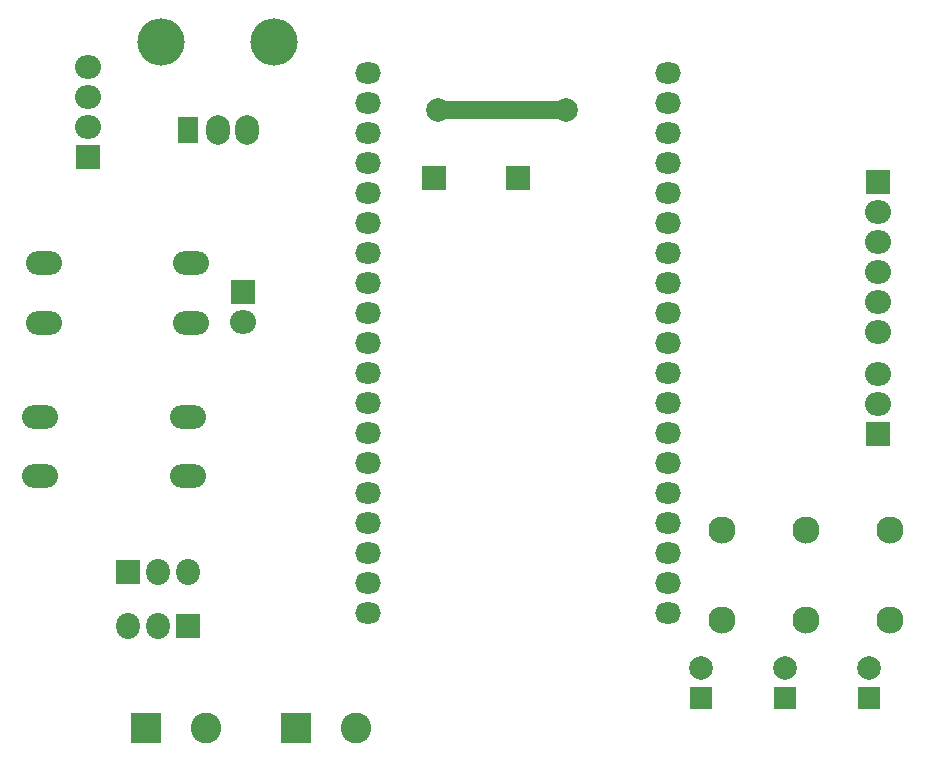
<source format=gbr>
%TF.GenerationSoftware,KiCad,Pcbnew,(6.0.2)*%
%TF.CreationDate,2022-08-31T13:55:05-03:00*%
%TF.ProjectId,placa,706c6163-612e-46b6-9963-61645f706362,rev?*%
%TF.SameCoordinates,Original*%
%TF.FileFunction,Copper,L1,Top*%
%TF.FilePolarity,Positive*%
%FSLAX46Y46*%
G04 Gerber Fmt 4.6, Leading zero omitted, Abs format (unit mm)*
G04 Created by KiCad (PCBNEW (6.0.2)) date 2022-08-31 13:55:05*
%MOMM*%
%LPD*%
G01*
G04 APERTURE LIST*
%TA.AperFunction,ComponentPad*%
%ADD10R,2.000000X2.000000*%
%TD*%
%TA.AperFunction,ComponentPad*%
%ADD11O,2.000000X2.200000*%
%TD*%
%TA.AperFunction,ComponentPad*%
%ADD12C,2.300000*%
%TD*%
%TA.AperFunction,ComponentPad*%
%ADD13R,1.900000X1.900000*%
%TD*%
%TA.AperFunction,ComponentPad*%
%ADD14C,2.000000*%
%TD*%
%TA.AperFunction,ComponentPad*%
%ADD15R,2.600000X2.600000*%
%TD*%
%TA.AperFunction,ComponentPad*%
%ADD16C,2.600000*%
%TD*%
%TA.AperFunction,ComponentPad*%
%ADD17O,2.200000X2.000000*%
%TD*%
%TA.AperFunction,ComponentPad*%
%ADD18O,3.048000X2.000000*%
%TD*%
%TA.AperFunction,ComponentPad*%
%ADD19O,2.200000X1.800000*%
%TD*%
%TA.AperFunction,ComponentPad*%
%ADD20O,4.000000X4.000000*%
%TD*%
%TA.AperFunction,ComponentPad*%
%ADD21R,1.800000X2.300000*%
%TD*%
%TA.AperFunction,ComponentPad*%
%ADD22O,2.000000X2.500000*%
%TD*%
%TA.AperFunction,ViaPad*%
%ADD23C,2.000000*%
%TD*%
%TA.AperFunction,Conductor*%
%ADD24C,1.500000*%
%TD*%
%TA.AperFunction,Conductor*%
%ADD25C,0.250000*%
%TD*%
G04 APERTURE END LIST*
D10*
%TO.P,J2,1,Pin_1*%
%TO.N,GND*%
X60975000Y-88392000D03*
D11*
%TO.P,J2,2,Pin_2*%
%TO.N,Net-(J2-Pad2)*%
X63515000Y-88392000D03*
%TO.P,J2,3,Pin_3*%
%TO.N,5v*%
X66055000Y-88392000D03*
%TD*%
D12*
%TO.P,R1,1*%
%TO.N,Net-(D3-Pad2)*%
X111252000Y-92456000D03*
%TO.P,R1,2*%
%TO.N,Net-(R1-Pad2)*%
X111252000Y-84836000D03*
%TD*%
D13*
%TO.P,D2,1,K*%
%TO.N,GND*%
X116586000Y-99060000D03*
D14*
%TO.P,D2,2,A*%
%TO.N,Net-(D2-Pad2)*%
X116586000Y-96520000D03*
%TD*%
D15*
%TO.P,J5,1,Pin_1*%
%TO.N,5v*%
X62484000Y-101600000D03*
D16*
%TO.P,J5,2,Pin_2*%
%TO.N,GND*%
X67564000Y-101600000D03*
%TD*%
D10*
%TO.P,J12,1,Pin_1*%
%TO.N,GND*%
X93980000Y-54991000D03*
%TD*%
%TO.P,J4,1,Pin_1*%
%TO.N,Net-(J4-Pad1)*%
X124460000Y-76693000D03*
D17*
%TO.P,J4,2,Pin_2*%
%TO.N,Net-(J4-Pad2)*%
X124460000Y-74153000D03*
%TO.P,J4,3,Pin_3*%
%TO.N,Net-(J4-Pad3)*%
X124460000Y-71613000D03*
%TD*%
D13*
%TO.P,D3,1,K*%
%TO.N,GND*%
X109474000Y-99060000D03*
D14*
%TO.P,D3,2,A*%
%TO.N,Net-(D3-Pad2)*%
X109474000Y-96520000D03*
%TD*%
D18*
%TO.P,SW1,1,1*%
%TO.N,btn1*%
X53848000Y-62230000D03*
X66348000Y-62230000D03*
%TO.P,SW1,2,2*%
%TO.N,GND*%
X66348000Y-67230000D03*
X53848000Y-67230000D03*
%TD*%
D10*
%TO.P,J7,1,Pin_1*%
%TO.N,3.3v*%
X124460000Y-55372000D03*
D17*
%TO.P,J7,2,Pin_2*%
%TO.N,GND*%
X124460000Y-57912000D03*
%TO.P,J7,3,Pin_3*%
%TO.N,Net-(J7-Pad3)*%
X124460000Y-60452000D03*
%TO.P,J7,4,Pin_4*%
%TO.N,Net-(J7-Pad4)*%
X124460000Y-62992000D03*
%TO.P,J7,5,Pin_5*%
%TO.N,Net-(J7-Pad5)*%
X124460000Y-65532000D03*
%TO.P,J7,6,Pin_6*%
%TO.N,Net-(J7-Pad6)*%
X124460000Y-68072000D03*
%TD*%
D15*
%TO.P,J6,1,Pin_1*%
%TO.N,3.3v*%
X75184000Y-101600000D03*
D16*
%TO.P,J6,2,Pin_2*%
%TO.N,GND*%
X80264000Y-101600000D03*
%TD*%
D13*
%TO.P,D1,1,K*%
%TO.N,GND*%
X123698000Y-99060000D03*
D14*
%TO.P,D1,2,A*%
%TO.N,Net-(D1-Pad2)*%
X123698000Y-96520000D03*
%TD*%
D10*
%TO.P,J8,1,Pin_1*%
%TO.N,dac*%
X70739000Y-64643000D03*
D17*
%TO.P,J8,2,Pin_2*%
%TO.N,GND*%
X70739000Y-67183000D03*
%TD*%
D10*
%TO.P,J11,1,Pin_1*%
%TO.N,/EN*%
X86868000Y-54991000D03*
%TD*%
D18*
%TO.P,SW2,1,1*%
%TO.N,btn2*%
X53540000Y-80264000D03*
X66040000Y-80264000D03*
%TO.P,SW2,2,2*%
%TO.N,GND*%
X53540000Y-75264000D03*
X66040000Y-75264000D03*
%TD*%
D19*
%TO.P,U1,1,3V3*%
%TO.N,3.3v*%
X81280000Y-46136560D03*
%TO.P,U1,2,CHIP_PU*%
%TO.N,/EN*%
X81280000Y-48676560D03*
%TO.P,U1,3,SENSOR_VP/GPIO36/ADC1_CH0*%
%TO.N,unconnected-(U1-Pad3)*%
X81280000Y-51216560D03*
%TO.P,U1,4,SENSOR_VN/GPIO39/ADC1_CH3*%
%TO.N,unconnected-(U1-Pad4)*%
X81280000Y-53756560D03*
%TO.P,U1,5,VDET_1/GPIO34/ADC1_CH6*%
%TO.N,unconnected-(U1-Pad5)*%
X81280000Y-56296560D03*
%TO.P,U1,6,VDET_2/GPIO35/ADC1_CH7*%
%TO.N,Net-(RV1-Pad2)*%
X81280000Y-58836560D03*
%TO.P,U1,7,32K_XP/GPIO32/ADC1_CH4*%
%TO.N,Net-(J1-Pad2)*%
X81280000Y-61376560D03*
%TO.P,U1,8,32K_XN/GPIO33/ADC1_CH5*%
%TO.N,btn1*%
X81280000Y-63916560D03*
%TO.P,U1,9,DAC_1/ADC2_CH8/GPIO25*%
%TO.N,dac*%
X81280000Y-66456560D03*
%TO.P,U1,10,DAC_2/ADC2_CH9/GPIO26*%
%TO.N,btn2*%
X81280000Y-68996560D03*
%TO.P,U1,11,ADC2_CH7/GPIO27*%
%TO.N,Net-(J2-Pad2)*%
X81280000Y-71536560D03*
%TO.P,U1,12,MTMS/GPIO14/ADC2_CH6*%
%TO.N,Net-(J3-Pad1)*%
X81280000Y-74076560D03*
%TO.P,U1,13,\u002AMTDI/GPIO12/ADC2_CH5*%
%TO.N,unconnected-(U1-Pad13)*%
X81280000Y-76616560D03*
%TO.P,U1,14,GND*%
%TO.N,GND*%
X81280000Y-79156560D03*
%TO.P,U1,15,MTCK/GPIO13/ADC2_CH4*%
%TO.N,unconnected-(U1-Pad15)*%
X81280000Y-81696560D03*
%TO.P,U1,16,SD_DATA2/GPIO9*%
%TO.N,unconnected-(U1-Pad16)*%
X81280000Y-84236560D03*
%TO.P,U1,17,SD_DATA3/GPIO10*%
%TO.N,unconnected-(U1-Pad17)*%
X81280000Y-86776560D03*
%TO.P,U1,18,CMD*%
%TO.N,unconnected-(U1-Pad18)*%
X81280000Y-89316560D03*
%TO.P,U1,19,5V*%
%TO.N,5v*%
X81280000Y-91856560D03*
%TO.P,U1,20,SD_CLK/GPIO6*%
%TO.N,unconnected-(U1-Pad20)*%
X106676320Y-91853840D03*
%TO.P,U1,21,SD_DATA0/GPIO7*%
%TO.N,unconnected-(U1-Pad21)*%
X106676320Y-89313840D03*
%TO.P,U1,22,SD_DATA1/GPIO8*%
%TO.N,unconnected-(U1-Pad22)*%
X106680000Y-86776560D03*
%TO.P,U1,23,\u002AMTDO/GPIO15/ADC2_CH3*%
%TO.N,Net-(R1-Pad2)*%
X106680000Y-84236560D03*
%TO.P,U1,24,ADC2_CH2/\u002AGPIO2*%
%TO.N,Net-(R2-Pad2)*%
X106680000Y-81696560D03*
%TO.P,U1,25,\u002AGPIO0/BOOT/ADC2_CH1*%
%TO.N,Net-(R3-Pad1)*%
X106680000Y-79156560D03*
%TO.P,U1,26,ADC2_CH0/GPIO4*%
%TO.N,Net-(J4-Pad1)*%
X106680000Y-76616560D03*
%TO.P,U1,27,GPIO16*%
%TO.N,Net-(J4-Pad2)*%
X106680000Y-74076560D03*
%TO.P,U1,28,GPIO17*%
%TO.N,Net-(J4-Pad3)*%
X106680000Y-71536560D03*
%TO.P,U1,29,\u002AGPIO5*%
%TO.N,Net-(J7-Pad6)*%
X106680000Y-68996560D03*
%TO.P,U1,30,GPIO18*%
%TO.N,Net-(J7-Pad5)*%
X106680000Y-66456560D03*
%TO.P,U1,31,GPIO19*%
%TO.N,Net-(J7-Pad4)*%
X106680000Y-63916560D03*
%TO.P,U1,32,GND*%
%TO.N,GND*%
X106680000Y-61376560D03*
%TO.P,U1,33,GPIO21*%
%TO.N,unconnected-(U1-Pad33)*%
X106680000Y-58836560D03*
%TO.P,U1,34,U0RXD/GPIO3*%
%TO.N,unconnected-(U1-Pad34)*%
X106680000Y-56296560D03*
%TO.P,U1,35,U0TXD/GPIO1*%
%TO.N,unconnected-(U1-Pad35)*%
X106680000Y-53756560D03*
%TO.P,U1,36,GPIO22*%
%TO.N,unconnected-(U1-Pad36)*%
X106680000Y-51216560D03*
%TO.P,U1,37,GPIO23*%
%TO.N,Net-(J7-Pad3)*%
X106680000Y-48676560D03*
%TO.P,U1,38,GND*%
%TO.N,GND*%
X106680000Y-46136560D03*
%TD*%
D12*
%TO.P,R3,1*%
%TO.N,Net-(R3-Pad1)*%
X125476000Y-84836000D03*
%TO.P,R3,2*%
%TO.N,Net-(D1-Pad2)*%
X125476000Y-92456000D03*
%TD*%
D20*
%TO.P,RV1,*%
%TO.N,*%
X73380000Y-43437000D03*
X63780000Y-43437000D03*
D21*
%TO.P,RV1,1,1*%
%TO.N,GND*%
X66080000Y-50937000D03*
D22*
%TO.P,RV1,2,2*%
%TO.N,Net-(RV1-Pad2)*%
X68580000Y-50937000D03*
%TO.P,RV1,3,3*%
%TO.N,3.3v*%
X71080000Y-50937000D03*
%TD*%
D10*
%TO.P,J1,1,Pin_1*%
%TO.N,3.3v*%
X57633000Y-53203000D03*
D17*
%TO.P,J1,2,Pin_2*%
%TO.N,Net-(J1-Pad2)*%
X57633000Y-50663000D03*
%TO.P,J1,3,Pin_3*%
%TO.N,unconnected-(J1-Pad3)*%
X57633000Y-48123000D03*
%TO.P,J1,4,Pin_4*%
%TO.N,GND*%
X57633000Y-45583000D03*
%TD*%
D12*
%TO.P,R2,1*%
%TO.N,Net-(D2-Pad2)*%
X118364000Y-92456000D03*
%TO.P,R2,2*%
%TO.N,Net-(R2-Pad2)*%
X118364000Y-84836000D03*
%TD*%
D10*
%TO.P,J3,1,Pin_1*%
%TO.N,Net-(J3-Pad1)*%
X66040000Y-92964000D03*
D11*
%TO.P,J3,2,Pin_2*%
%TO.N,5v*%
X63500000Y-92964000D03*
%TO.P,J3,3,Pin_3*%
%TO.N,GND*%
X60960000Y-92964000D03*
%TD*%
D23*
%TO.N,3.3v*%
X98044000Y-49276000D03*
X87249000Y-49276000D03*
%TD*%
D24*
%TO.N,3.3v*%
X98044000Y-49276000D02*
X87249000Y-49276000D01*
D25*
%TO.N,Net-(R3-Pad1)*%
X107096560Y-78740000D02*
X106680000Y-79156560D01*
%TD*%
M02*

</source>
